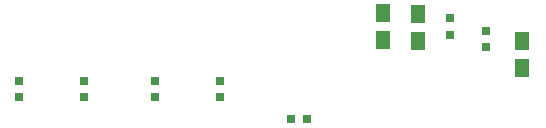
<source format=gbr>
%TF.GenerationSoftware,Altium Limited,Altium Designer,24.0.1 (36)*%
G04 Layer_Color=128*
%FSLAX45Y45*%
%MOMM*%
%TF.SameCoordinates,A01A54B3-6B64-4A67-9B29-D4FC54FCECB2*%
%TF.FilePolarity,Positive*%
%TF.FileFunction,Paste,Bot*%
%TF.Part,Single*%
G01*
G75*
%TA.AperFunction,SMDPad,CuDef*%
G04:AMPARAMS|DCode=65|XSize=0.722mm|YSize=0.722mm|CornerRadius=0.0181mm|HoleSize=0mm|Usage=FLASHONLY|Rotation=180.000|XOffset=0mm|YOffset=0mm|HoleType=Round|Shape=RoundedRectangle|*
%AMROUNDEDRECTD65*
21,1,0.72200,0.68580,0,0,180.0*
21,1,0.68580,0.72200,0,0,180.0*
1,1,0.03620,-0.34290,0.34290*
1,1,0.03620,0.34290,0.34290*
1,1,0.03620,0.34290,-0.34290*
1,1,0.03620,-0.34290,-0.34290*
%
%ADD65ROUNDEDRECTD65*%
G04:AMPARAMS|DCode=66|XSize=1.484mm|YSize=1.23mm|CornerRadius=0.07525mm|HoleSize=0mm|Usage=FLASHONLY|Rotation=90.000|XOffset=0mm|YOffset=0mm|HoleType=Round|Shape=RoundedRectangle|*
%AMROUNDEDRECTD66*
21,1,1.48400,1.07950,0,0,90.0*
21,1,1.33350,1.23000,0,0,90.0*
1,1,0.15050,0.53975,0.66675*
1,1,0.15050,0.53975,-0.66675*
1,1,0.15050,-0.53975,-0.66675*
1,1,0.15050,-0.53975,0.66675*
%
%ADD66ROUNDEDRECTD66*%
G04:AMPARAMS|DCode=67|XSize=0.722mm|YSize=0.722mm|CornerRadius=0.0181mm|HoleSize=0mm|Usage=FLASHONLY|Rotation=90.000|XOffset=0mm|YOffset=0mm|HoleType=Round|Shape=RoundedRectangle|*
%AMROUNDEDRECTD67*
21,1,0.72200,0.68580,0,0,90.0*
21,1,0.68580,0.72200,0,0,90.0*
1,1,0.03620,0.34290,0.34290*
1,1,0.03620,0.34290,-0.34290*
1,1,0.03620,-0.34290,-0.34290*
1,1,0.03620,-0.34290,0.34290*
%
%ADD67ROUNDEDRECTD67*%
D65*
X3175000Y152400D02*
D03*
X3314700D02*
D03*
D66*
X5130800Y584200D02*
D03*
Y812800D02*
D03*
X4254500Y1043940D02*
D03*
Y815340D02*
D03*
X3954800Y818000D02*
D03*
Y1046600D02*
D03*
D67*
X4826000Y762000D02*
D03*
Y901700D02*
D03*
X871500Y476580D02*
D03*
Y336880D02*
D03*
X1421500Y476580D02*
D03*
Y336880D02*
D03*
X2021500Y476580D02*
D03*
Y336880D02*
D03*
X2571500Y476580D02*
D03*
Y336880D02*
D03*
X4518660Y866140D02*
D03*
Y1005840D02*
D03*
%TF.MD5,f65a76ac8f47d8c9c9fbad1ad0517070*%
M02*

</source>
